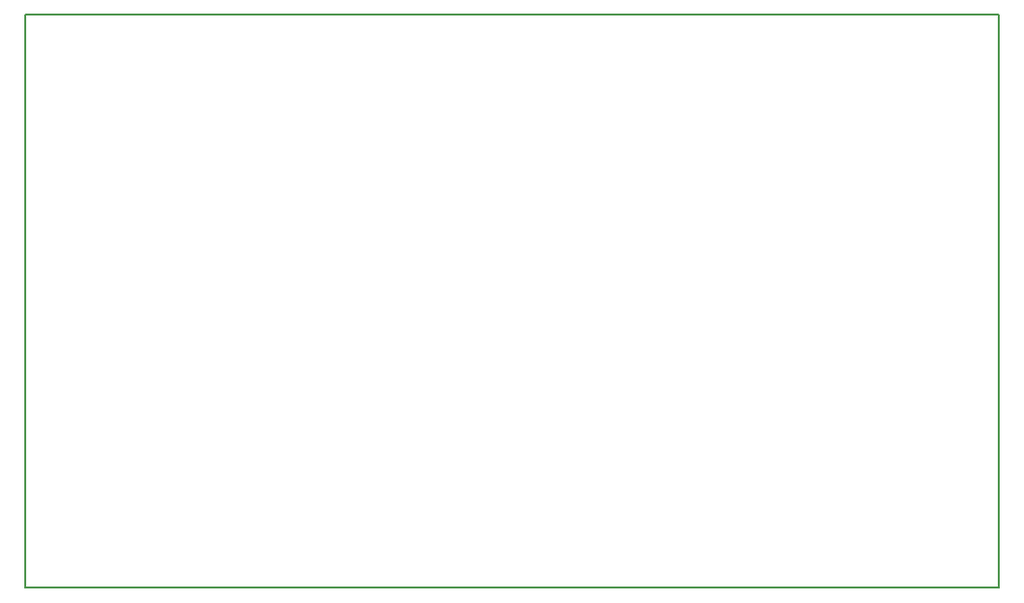
<source format=gko>
G04 Layer_Color=16711935*
%FSLAX25Y25*%
%MOIN*%
G70*
G01*
G75*
%ADD29C,0.00787*%
D29*
X334646Y0D02*
Y196850D01*
X0Y0D02*
X334646D01*
X0D02*
Y196850D01*
X334646D01*
M02*

</source>
